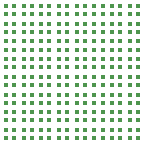
<source format=gtp>
G04*
G04 #@! TF.GenerationSoftware,Altium Limited,Altium Designer,21.5.1 (32)*
G04*
G04 Layer_Color=8421504*
%FSLAX44Y44*%
%MOMM*%
G71*
G04*
G04 #@! TF.SameCoordinates,FA4849B1-0F6B-47E3-B241-1F84AE2CF7D8*
G04*
G04*
G04 #@! TF.FilePolarity,Positive*
G04*
G01*
G75*
%ADD10R,0.4000X0.4000*%
%ADD11R,0.4000X0.4000*%
D10*
X116000Y49000D02*
D03*
Y56000D02*
D03*
X109000D02*
D03*
Y49000D02*
D03*
X86000Y19000D02*
D03*
Y26000D02*
D03*
X79000D02*
D03*
Y19000D02*
D03*
X64000Y41000D02*
D03*
Y34000D02*
D03*
X71000D02*
D03*
Y41000D02*
D03*
X86000Y49000D02*
D03*
Y56000D02*
D03*
X79000D02*
D03*
Y49000D02*
D03*
X116000Y19000D02*
D03*
Y26000D02*
D03*
X109000D02*
D03*
Y19000D02*
D03*
X64000Y71000D02*
D03*
Y64000D02*
D03*
X71000D02*
D03*
Y71000D02*
D03*
X86000Y79000D02*
D03*
Y86000D02*
D03*
X79000D02*
D03*
Y79000D02*
D03*
X64000Y101000D02*
D03*
Y94000D02*
D03*
X71000D02*
D03*
Y101000D02*
D03*
X86000Y109000D02*
D03*
Y116000D02*
D03*
X79000D02*
D03*
Y109000D02*
D03*
X94000Y71000D02*
D03*
Y64000D02*
D03*
X101000D02*
D03*
Y71000D02*
D03*
X116000Y79000D02*
D03*
Y86000D02*
D03*
X109000D02*
D03*
Y79000D02*
D03*
X94000Y101000D02*
D03*
Y94000D02*
D03*
X101000D02*
D03*
Y101000D02*
D03*
X116000Y109000D02*
D03*
Y116000D02*
D03*
X109000D02*
D03*
Y109000D02*
D03*
X94000Y41000D02*
D03*
Y34000D02*
D03*
X101000D02*
D03*
Y41000D02*
D03*
X11000Y11000D02*
D03*
Y4000D02*
D03*
X4000D02*
D03*
Y11000D02*
D03*
X71000D02*
D03*
Y4000D02*
D03*
X64000D02*
D03*
Y11000D02*
D03*
X41000D02*
D03*
Y4000D02*
D03*
X34000D02*
D03*
Y11000D02*
D03*
X101000D02*
D03*
Y4000D02*
D03*
X94000D02*
D03*
Y11000D02*
D03*
X19000Y109000D02*
D03*
Y116000D02*
D03*
X26000D02*
D03*
Y109000D02*
D03*
X49000D02*
D03*
Y116000D02*
D03*
X56000D02*
D03*
Y109000D02*
D03*
X41000Y101000D02*
D03*
Y94000D02*
D03*
X34000D02*
D03*
Y101000D02*
D03*
X11000D02*
D03*
Y94000D02*
D03*
X4000D02*
D03*
Y101000D02*
D03*
X19000Y79000D02*
D03*
Y86000D02*
D03*
X26000D02*
D03*
Y79000D02*
D03*
X49000D02*
D03*
Y86000D02*
D03*
X56000D02*
D03*
Y79000D02*
D03*
X41000Y71000D02*
D03*
Y64000D02*
D03*
X34000D02*
D03*
Y71000D02*
D03*
X11000D02*
D03*
Y64000D02*
D03*
X4000D02*
D03*
Y71000D02*
D03*
X19000Y49000D02*
D03*
Y56000D02*
D03*
X26000D02*
D03*
Y49000D02*
D03*
X49000D02*
D03*
Y56000D02*
D03*
X56000D02*
D03*
Y49000D02*
D03*
X41000Y41000D02*
D03*
Y34000D02*
D03*
X34000D02*
D03*
Y41000D02*
D03*
X11000D02*
D03*
Y34000D02*
D03*
X4000D02*
D03*
Y41000D02*
D03*
X19000Y19000D02*
D03*
Y26000D02*
D03*
X26000D02*
D03*
Y19000D02*
D03*
X49000D02*
D03*
Y26000D02*
D03*
X56000D02*
D03*
Y19000D02*
D03*
D11*
X109000Y34000D02*
D03*
X116000D02*
D03*
Y41000D02*
D03*
X109000D02*
D03*
X71000Y26000D02*
D03*
X64000D02*
D03*
Y19000D02*
D03*
X71000D02*
D03*
X79000Y34000D02*
D03*
X86000D02*
D03*
Y41000D02*
D03*
X79000D02*
D03*
X71000Y56000D02*
D03*
X64000D02*
D03*
Y49000D02*
D03*
X71000D02*
D03*
X101000Y26000D02*
D03*
X94000D02*
D03*
Y19000D02*
D03*
X101000D02*
D03*
X79000Y64000D02*
D03*
X86000D02*
D03*
Y71000D02*
D03*
X79000D02*
D03*
X71000Y86000D02*
D03*
X64000D02*
D03*
Y79000D02*
D03*
X71000D02*
D03*
X79000Y94000D02*
D03*
X86000D02*
D03*
Y101000D02*
D03*
X79000D02*
D03*
X71000Y116000D02*
D03*
X64000D02*
D03*
Y109000D02*
D03*
X71000D02*
D03*
X109000Y64000D02*
D03*
X116000D02*
D03*
Y71000D02*
D03*
X109000D02*
D03*
X101000Y86000D02*
D03*
X94000D02*
D03*
Y79000D02*
D03*
X101000D02*
D03*
X109000Y94000D02*
D03*
X116000D02*
D03*
Y101000D02*
D03*
X109000D02*
D03*
X101000Y116000D02*
D03*
X94000D02*
D03*
Y109000D02*
D03*
X101000D02*
D03*
Y56000D02*
D03*
X94000D02*
D03*
Y49000D02*
D03*
X101000D02*
D03*
X19000Y11000D02*
D03*
X26000D02*
D03*
Y4000D02*
D03*
X19000D02*
D03*
X109000Y11000D02*
D03*
X116000D02*
D03*
Y4000D02*
D03*
X109000D02*
D03*
X49000Y11000D02*
D03*
X56000D02*
D03*
Y4000D02*
D03*
X49000D02*
D03*
X79000Y11000D02*
D03*
X86000D02*
D03*
Y4000D02*
D03*
X79000D02*
D03*
X11000Y109000D02*
D03*
X4000D02*
D03*
Y116000D02*
D03*
X11000D02*
D03*
X41000Y109000D02*
D03*
X34000D02*
D03*
Y116000D02*
D03*
X41000D02*
D03*
X49000Y101000D02*
D03*
X56000D02*
D03*
Y94000D02*
D03*
X49000D02*
D03*
X19000Y101000D02*
D03*
X26000D02*
D03*
Y94000D02*
D03*
X19000D02*
D03*
X11000Y79000D02*
D03*
X4000D02*
D03*
Y86000D02*
D03*
X11000D02*
D03*
X41000Y79000D02*
D03*
X34000D02*
D03*
Y86000D02*
D03*
X41000D02*
D03*
X49000Y71000D02*
D03*
X56000D02*
D03*
Y64000D02*
D03*
X49000D02*
D03*
X19000Y71000D02*
D03*
X26000D02*
D03*
Y64000D02*
D03*
X19000D02*
D03*
X11000Y49000D02*
D03*
X4000D02*
D03*
Y56000D02*
D03*
X11000D02*
D03*
X41000Y49000D02*
D03*
X34000D02*
D03*
Y56000D02*
D03*
X41000D02*
D03*
X49000Y41000D02*
D03*
X56000D02*
D03*
Y34000D02*
D03*
X49000D02*
D03*
X19000Y41000D02*
D03*
X26000D02*
D03*
Y34000D02*
D03*
X19000D02*
D03*
X11000Y19000D02*
D03*
X4000D02*
D03*
Y26000D02*
D03*
X11000D02*
D03*
X41000Y19000D02*
D03*
X34000D02*
D03*
Y26000D02*
D03*
X41000D02*
D03*
M02*

</source>
